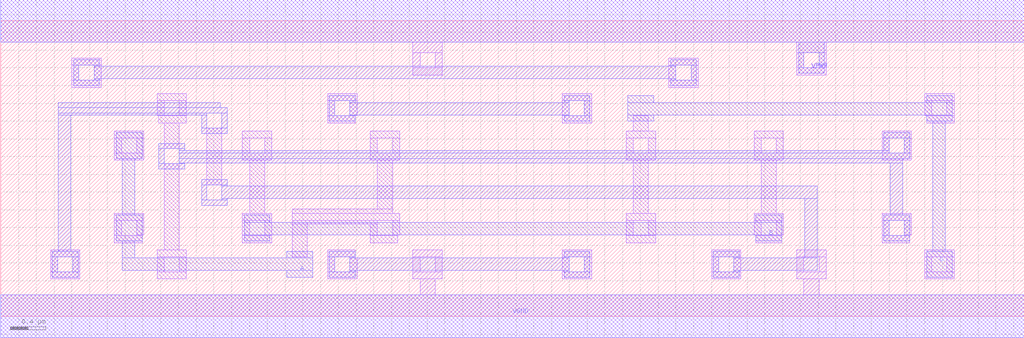
<source format=lef>
VERSION 5.7 ;
  NOWIREEXTENSIONATPIN ON ;
  DIVIDERCHAR "/" ;
  BUSBITCHARS "[]" ;
MACRO VANBERKEL1991
  CLASS CORE ;
  FOREIGN VANBERKEL1991 ;
  ORIGIN 0.000 0.000 ;
  SIZE 11.520 BY 3.330 ;
  SYMMETRY X Y R90 ;
  SITE unit ;
  PIN VPWR
    DIRECTION INOUT ;
    USE POWER ;
    SHAPE ABUTMENT ;
    PORT
      LAYER met1 ;
        RECT 0.000 3.090 11.520 3.570 ;
        RECT 8.980 2.970 9.270 3.090 ;
        RECT 8.980 2.800 9.040 2.970 ;
        RECT 9.210 2.800 9.270 2.970 ;
        RECT 8.980 2.740 9.270 2.800 ;
    END
    PORT
      LAYER li1 ;
        RECT 0.000 3.090 11.520 3.570 ;
        RECT 4.640 2.970 4.970 3.090 ;
        RECT 4.640 2.800 4.720 2.970 ;
        RECT 4.890 2.800 4.970 2.970 ;
        RECT 4.640 2.720 4.970 2.800 ;
        RECT 8.960 2.970 9.290 3.090 ;
        RECT 8.960 2.800 9.040 2.970 ;
        RECT 9.210 2.800 9.290 2.970 ;
        RECT 8.960 2.720 9.290 2.800 ;
    END
  END VPWR
  PIN VGND
    DIRECTION INOUT ;
    USE GROUND ;
    SHAPE ABUTMENT ;
    PORT
      LAYER met1 ;
        RECT 0.000 -0.240 11.520 0.240 ;
    END
    PORT
      LAYER li1 ;
        RECT 4.640 0.670 4.970 0.750 ;
        RECT 4.640 0.500 4.720 0.670 ;
        RECT 4.890 0.500 4.970 0.670 ;
        RECT 4.640 0.420 4.970 0.500 ;
        RECT 8.960 0.670 9.290 0.750 ;
        RECT 8.960 0.500 9.040 0.670 ;
        RECT 9.210 0.500 9.290 0.670 ;
        RECT 8.960 0.420 9.290 0.500 ;
        RECT 4.720 0.240 4.890 0.420 ;
        RECT 9.040 0.240 9.210 0.420 ;
        RECT 0.000 -0.240 11.520 0.240 ;
    END
  END VGND
  PIN C
    DIRECTION INOUT ;
    USE SIGNAL ;
    SHAPE ABUTMENT ;
    PORT
      LAYER met1 ;
        RECT 7.060 2.410 7.350 2.490 ;
        RECT 10.420 2.410 10.710 2.490 ;
        RECT 7.060 2.270 10.710 2.410 ;
        RECT 7.060 2.200 7.350 2.270 ;
        RECT 10.420 2.200 10.710 2.270 ;
        RECT 10.490 0.730 10.630 2.200 ;
        RECT 10.420 0.440 10.710 0.730 ;
    END
  END C
  PIN B
    DIRECTION INOUT ;
    USE SIGNAL ;
    SHAPE ABUTMENT ;
    PORT
      LAYER met1 ;
        RECT 2.740 1.060 3.030 1.140 ;
        RECT 8.500 1.060 8.790 1.140 ;
        RECT 2.740 0.920 8.790 1.060 ;
        RECT 2.740 0.850 3.030 0.920 ;
        RECT 8.500 0.850 8.790 0.920 ;
    END
  END B
  PIN A
    DIRECTION INOUT ;
    USE SIGNAL ;
    SHAPE ABUTMENT ;
    PORT
      LAYER met1 ;
        RECT 1.300 1.780 1.590 2.070 ;
        RECT 1.370 1.140 1.510 1.780 ;
        RECT 1.300 0.850 1.590 1.140 ;
        RECT 1.370 0.660 1.510 0.850 ;
        RECT 3.220 0.660 3.510 0.730 ;
        RECT 1.370 0.520 3.510 0.660 ;
        RECT 3.220 0.440 3.510 0.520 ;
    END
  END A
  OBS
      LAYER li1 ;
        RECT 0.800 2.830 1.130 2.910 ;
        RECT 0.800 2.660 0.880 2.830 ;
        RECT 1.050 2.660 1.130 2.830 ;
        RECT 0.800 2.580 1.130 2.660 ;
        RECT 7.520 2.830 7.850 2.910 ;
        RECT 7.520 2.660 7.600 2.830 ;
        RECT 7.770 2.660 7.850 2.830 ;
        RECT 7.520 2.580 7.850 2.660 ;
        RECT 1.760 2.430 2.090 2.510 ;
        RECT 1.760 2.260 1.840 2.430 ;
        RECT 2.010 2.260 2.090 2.430 ;
        RECT 1.780 2.180 2.090 2.260 ;
        RECT 3.680 2.430 4.010 2.510 ;
        RECT 3.680 2.260 3.760 2.430 ;
        RECT 3.930 2.260 4.010 2.430 ;
        RECT 6.320 2.430 6.650 2.510 ;
        RECT 6.320 2.260 6.400 2.430 ;
        RECT 6.570 2.260 6.650 2.430 ;
        RECT 10.400 2.430 10.730 2.510 ;
        RECT 10.400 2.260 10.480 2.430 ;
        RECT 10.650 2.260 10.730 2.430 ;
        RECT 3.680 2.180 3.990 2.260 ;
        RECT 6.320 2.180 6.650 2.260 ;
        RECT 1.280 2.010 1.610 2.090 ;
        RECT 1.280 1.840 1.360 2.010 ;
        RECT 1.530 1.840 1.610 2.010 ;
        RECT 1.840 1.890 2.010 2.180 ;
        RECT 1.280 1.760 1.610 1.840 ;
        RECT 1.280 1.080 1.610 1.160 ;
        RECT 1.280 0.910 1.360 1.080 ;
        RECT 1.530 0.920 1.610 1.080 ;
        RECT 1.530 0.910 1.590 0.920 ;
        RECT 1.280 0.830 1.590 0.910 ;
        RECT 1.840 0.750 2.010 1.720 ;
        RECT 2.320 1.480 2.490 2.120 ;
        RECT 7.120 2.090 7.290 2.260 ;
        RECT 10.420 2.180 10.730 2.260 ;
        RECT 2.720 2.010 3.050 2.090 ;
        RECT 2.720 1.840 2.800 2.010 ;
        RECT 2.970 1.840 3.050 2.010 ;
        RECT 2.720 1.760 3.050 1.840 ;
        RECT 4.160 2.010 4.490 2.090 ;
        RECT 4.160 1.840 4.240 2.010 ;
        RECT 4.410 1.840 4.490 2.010 ;
        RECT 4.160 1.760 4.490 1.840 ;
        RECT 7.040 2.010 7.370 2.090 ;
        RECT 7.040 1.840 7.120 2.010 ;
        RECT 7.290 1.840 7.370 2.010 ;
        RECT 7.040 1.760 7.370 1.840 ;
        RECT 8.480 2.010 8.810 2.090 ;
        RECT 8.480 1.840 8.560 2.010 ;
        RECT 8.730 1.840 8.810 2.010 ;
        RECT 8.480 1.760 8.810 1.840 ;
        RECT 9.920 2.010 10.250 2.090 ;
        RECT 9.920 1.840 10.000 2.010 ;
        RECT 10.170 1.840 10.250 2.010 ;
        RECT 9.920 1.760 10.250 1.840 ;
        RECT 2.800 1.160 2.970 1.760 ;
        RECT 4.240 1.210 4.410 1.760 ;
        RECT 3.280 1.160 4.410 1.210 ;
        RECT 7.120 1.160 7.290 1.760 ;
        RECT 8.560 1.160 8.730 1.760 ;
        RECT 2.720 1.080 3.050 1.160 ;
        RECT 2.720 0.910 2.800 1.080 ;
        RECT 2.970 0.910 3.050 1.080 ;
        RECT 2.720 0.830 3.050 0.910 ;
        RECT 3.280 1.080 4.490 1.160 ;
        RECT 3.280 1.040 4.240 1.080 ;
        RECT 0.560 0.670 0.890 0.750 ;
        RECT 0.560 0.500 0.640 0.670 ;
        RECT 0.810 0.500 0.890 0.670 ;
        RECT 0.560 0.420 0.890 0.500 ;
        RECT 1.760 0.670 2.090 0.750 ;
        RECT 3.280 0.670 3.450 1.040 ;
        RECT 4.160 0.910 4.240 1.040 ;
        RECT 4.410 0.920 4.490 1.080 ;
        RECT 7.040 1.080 7.370 1.160 ;
        RECT 4.410 0.910 4.470 0.920 ;
        RECT 4.160 0.830 4.470 0.910 ;
        RECT 7.040 0.910 7.120 1.080 ;
        RECT 7.290 0.910 7.370 1.080 ;
        RECT 8.480 1.080 8.810 1.160 ;
        RECT 8.480 0.920 8.560 1.080 ;
        RECT 7.040 0.830 7.370 0.910 ;
        RECT 8.500 0.910 8.560 0.920 ;
        RECT 8.730 0.920 8.810 1.080 ;
        RECT 9.920 1.080 10.250 1.160 ;
        RECT 8.730 0.910 8.790 0.920 ;
        RECT 8.500 0.830 8.790 0.910 ;
        RECT 9.920 0.910 10.000 1.080 ;
        RECT 10.170 0.920 10.250 1.080 ;
        RECT 10.170 0.910 10.230 0.920 ;
        RECT 9.920 0.830 10.230 0.910 ;
        RECT 3.680 0.670 3.990 0.750 ;
        RECT 1.760 0.500 1.840 0.670 ;
        RECT 2.010 0.500 2.090 0.670 ;
        RECT 1.760 0.420 2.090 0.500 ;
        RECT 3.680 0.500 3.760 0.670 ;
        RECT 3.930 0.660 3.990 0.670 ;
        RECT 6.320 0.670 6.650 0.750 ;
        RECT 3.930 0.500 4.010 0.660 ;
        RECT 3.680 0.420 4.010 0.500 ;
        RECT 6.320 0.500 6.400 0.670 ;
        RECT 6.570 0.500 6.650 0.670 ;
        RECT 6.320 0.420 6.650 0.500 ;
        RECT 8.000 0.670 8.330 0.750 ;
        RECT 8.000 0.500 8.080 0.670 ;
        RECT 8.250 0.500 8.330 0.670 ;
        RECT 8.000 0.420 8.330 0.500 ;
        RECT 10.400 0.670 10.730 0.750 ;
        RECT 10.400 0.500 10.480 0.670 ;
        RECT 10.650 0.500 10.730 0.670 ;
        RECT 10.400 0.420 10.730 0.500 ;
      LAYER met1 ;
        RECT 0.820 2.830 1.110 2.890 ;
        RECT 0.820 2.660 0.880 2.830 ;
        RECT 1.050 2.820 1.110 2.830 ;
        RECT 7.540 2.830 7.830 2.890 ;
        RECT 7.540 2.820 7.600 2.830 ;
        RECT 1.050 2.680 7.600 2.820 ;
        RECT 1.050 2.660 1.110 2.680 ;
        RECT 0.820 2.600 1.110 2.660 ;
        RECT 7.540 2.660 7.600 2.680 ;
        RECT 7.770 2.660 7.830 2.830 ;
        RECT 7.540 2.600 7.830 2.660 ;
        RECT 3.700 2.430 3.990 2.490 ;
        RECT 0.650 2.350 2.470 2.410 ;
        RECT 0.650 2.290 2.550 2.350 ;
        RECT 0.650 2.270 2.320 2.290 ;
        RECT 0.650 0.730 0.790 2.270 ;
        RECT 2.260 2.120 2.320 2.270 ;
        RECT 2.490 2.120 2.550 2.290 ;
        RECT 3.700 2.260 3.760 2.430 ;
        RECT 3.930 2.410 3.990 2.430 ;
        RECT 6.340 2.430 6.630 2.490 ;
        RECT 6.340 2.410 6.400 2.430 ;
        RECT 3.930 2.270 6.400 2.410 ;
        RECT 3.930 2.260 3.990 2.270 ;
        RECT 3.700 2.200 3.990 2.260 ;
        RECT 6.340 2.260 6.400 2.270 ;
        RECT 6.570 2.260 6.630 2.430 ;
        RECT 6.340 2.200 6.630 2.260 ;
        RECT 2.260 2.060 2.550 2.120 ;
        RECT 9.940 2.010 10.230 2.070 ;
        RECT 1.780 1.890 2.070 1.950 ;
        RECT 1.780 1.720 1.840 1.890 ;
        RECT 2.010 1.870 2.070 1.890 ;
        RECT 9.940 1.870 10.000 2.010 ;
        RECT 2.010 1.840 10.000 1.870 ;
        RECT 10.170 1.840 10.230 2.010 ;
        RECT 2.010 1.780 10.230 1.840 ;
        RECT 2.010 1.730 10.150 1.780 ;
        RECT 2.010 1.720 2.070 1.730 ;
        RECT 1.780 1.660 2.070 1.720 ;
        RECT 2.260 1.480 2.550 1.540 ;
        RECT 2.260 1.310 2.320 1.480 ;
        RECT 2.490 1.470 2.550 1.480 ;
        RECT 2.490 1.330 9.190 1.470 ;
        RECT 2.490 1.310 2.550 1.330 ;
        RECT 2.260 1.250 2.550 1.310 ;
        RECT 0.580 0.670 0.870 0.730 ;
        RECT 0.580 0.500 0.640 0.670 ;
        RECT 0.810 0.500 0.870 0.670 ;
        RECT 0.580 0.440 0.870 0.500 ;
        RECT 3.700 0.670 3.990 0.730 ;
        RECT 3.700 0.500 3.760 0.670 ;
        RECT 3.930 0.660 3.990 0.670 ;
        RECT 6.340 0.670 6.630 0.730 ;
        RECT 6.340 0.660 6.400 0.670 ;
        RECT 3.930 0.520 6.400 0.660 ;
        RECT 3.930 0.500 3.990 0.520 ;
        RECT 3.700 0.440 3.990 0.500 ;
        RECT 6.340 0.500 6.400 0.520 ;
        RECT 6.570 0.500 6.630 0.670 ;
        RECT 6.340 0.440 6.630 0.500 ;
        RECT 8.020 0.670 8.310 0.730 ;
        RECT 8.020 0.500 8.080 0.670 ;
        RECT 8.250 0.660 8.310 0.670 ;
        RECT 9.050 0.660 9.190 1.330 ;
        RECT 10.010 1.140 10.150 1.730 ;
        RECT 9.940 1.080 10.230 1.140 ;
        RECT 9.940 0.910 10.000 1.080 ;
        RECT 10.170 0.910 10.230 1.080 ;
        RECT 9.940 0.850 10.230 0.910 ;
        RECT 8.250 0.520 9.190 0.660 ;
        RECT 8.250 0.500 8.310 0.520 ;
        RECT 8.020 0.440 8.310 0.500 ;
  END
END VANBERKEL1991
END LIBRARY


</source>
